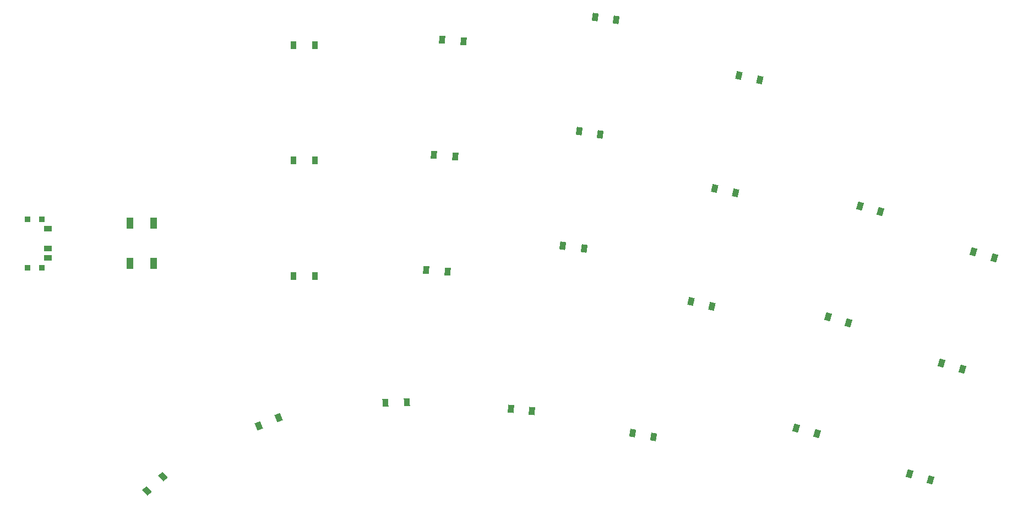
<source format=gbr>
%TF.GenerationSoftware,KiCad,Pcbnew,8.0.4*%
%TF.CreationDate,2024-08-02T13:19:55+01:00*%
%TF.ProjectId,right,72696768-742e-46b6-9963-61645f706362,v1.0.0*%
%TF.SameCoordinates,Original*%
%TF.FileFunction,Paste,Top*%
%TF.FilePolarity,Positive*%
%FSLAX46Y46*%
G04 Gerber Fmt 4.6, Leading zero omitted, Abs format (unit mm)*
G04 Created by KiCad (PCBNEW 8.0.4) date 2024-08-02 13:19:55*
%MOMM*%
%LPD*%
G01*
G04 APERTURE LIST*
G04 Aperture macros list*
%AMRotRect*
0 Rectangle, with rotation*
0 The origin of the aperture is its center*
0 $1 length*
0 $2 width*
0 $3 Rotation angle, in degrees counterclockwise*
0 Add horizontal line*
21,1,$1,$2,0,0,$3*%
G04 Aperture macros list end*
%ADD10RotRect,0.900000X1.200000X344.000000*%
%ADD11RotRect,0.900000X1.200000X348.000000*%
%ADD12RotRect,0.900000X1.200000X352.000000*%
%ADD13RotRect,0.900000X1.200000X356.000000*%
%ADD14R,0.900000X1.200000*%
%ADD15RotRect,0.900000X1.200000X350.000000*%
%ADD16RotRect,0.900000X1.200000X354.000000*%
%ADD17RotRect,0.900000X1.200000X2.000000*%
%ADD18RotRect,0.900000X1.200000X22.000000*%
%ADD19RotRect,0.900000X1.200000X42.000000*%
%ADD20R,1.100000X1.800000*%
%ADD21R,0.900000X0.900000*%
%ADD22R,1.250000X0.900000*%
G04 APERTURE END LIST*
D10*
%TO.C,D1*%
X284254322Y-168749734D03*
X281082160Y-167840130D03*
%TD*%
%TO.C,D2*%
X289146883Y-151687334D03*
X285974721Y-150777730D03*
%TD*%
%TO.C,D3*%
X294039446Y-134624939D03*
X290867284Y-133715335D03*
%TD*%
%TO.C,D4*%
X266781935Y-161659006D03*
X263609773Y-160749402D03*
%TD*%
%TO.C,D5*%
X271674499Y-144596610D03*
X268502337Y-143687006D03*
%TD*%
%TO.C,D6*%
X276567062Y-127534213D03*
X273394900Y-126624609D03*
%TD*%
D11*
%TO.C,D7*%
X250618437Y-142033538D03*
X247390551Y-141347428D03*
%TD*%
%TO.C,D8*%
X254308868Y-124671418D03*
X251080982Y-123985308D03*
%TD*%
%TO.C,D9*%
X257999302Y-107309290D03*
X254771416Y-106623180D03*
%TD*%
D12*
%TO.C,D10*%
X231001698Y-133215261D03*
X227733814Y-132755989D03*
%TD*%
%TO.C,D11*%
X233472025Y-115638005D03*
X230204141Y-115178733D03*
%TD*%
%TO.C,D12*%
X235942344Y-98060743D03*
X232674460Y-97601471D03*
%TD*%
D13*
%TO.C,D13*%
X209980868Y-136752769D03*
X206688906Y-136522569D03*
%TD*%
%TO.C,D14*%
X211219050Y-119046007D03*
X207927088Y-118815807D03*
%TD*%
%TO.C,D15*%
X212457224Y-101339246D03*
X209165262Y-101109046D03*
%TD*%
D14*
%TO.C,D16*%
X189618978Y-137411394D03*
X186318974Y-137411392D03*
%TD*%
%TO.C,D17*%
X189618975Y-119661395D03*
X186318971Y-119661393D03*
%TD*%
%TO.C,D18*%
X189618976Y-101911395D03*
X186318972Y-101911393D03*
%TD*%
D15*
%TO.C,D19*%
X241680092Y-162142899D03*
X238430228Y-161569859D03*
%TD*%
D16*
%TO.C,D20*%
X223000742Y-158154290D03*
X219718820Y-157809342D03*
%TD*%
D17*
%TO.C,D21*%
X203774563Y-156781417D03*
X200476569Y-156896583D03*
%TD*%
D18*
%TO.C,D22*%
X183991253Y-159202338D03*
X180931549Y-160438530D03*
%TD*%
D19*
%TO.C,D23*%
X166229028Y-168243538D03*
X163776652Y-170451672D03*
%TD*%
D20*
%TO.C,B1*%
X164818981Y-129311396D03*
X164818982Y-135511392D03*
X161118982Y-129311400D03*
X161118983Y-135511396D03*
%TD*%
D21*
%TO.C,T1*%
X145368975Y-136111395D03*
X147568975Y-136111393D03*
X147568975Y-128711395D03*
X145368975Y-128711397D03*
D22*
X148543971Y-134661394D03*
X148543974Y-133161394D03*
X148543975Y-130161395D03*
%TD*%
M02*

</source>
